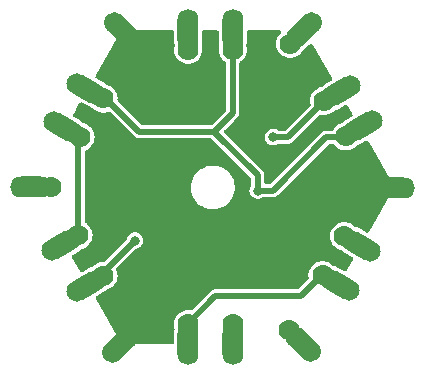
<source format=gbl>
G04 #@! TF.GenerationSoftware,KiCad,Pcbnew,7.0.8*
G04 #@! TF.CreationDate,2024-03-08T23:23:19+05:00*
G04 #@! TF.ProjectId,Ws2812 PCB,57733238-3132-4205-9043-422e6b696361,1*
G04 #@! TF.SameCoordinates,Original*
G04 #@! TF.FileFunction,Copper,L2,Bot*
G04 #@! TF.FilePolarity,Positive*
%FSLAX46Y46*%
G04 Gerber Fmt 4.6, Leading zero omitted, Abs format (unit mm)*
G04 Created by KiCad (PCBNEW 7.0.8) date 2024-03-08 23:23:19*
%MOMM*%
%LPD*%
G01*
G04 APERTURE LIST*
G04 Aperture macros list*
%AMHorizOval*
0 Thick line with rounded ends*
0 $1 width*
0 $2 $3 position (X,Y) of the first rounded end (center of the circle)*
0 $4 $5 position (X,Y) of the second rounded end (center of the circle)*
0 Add line between two ends*
20,1,$1,$2,$3,$4,$5,0*
0 Add two circle primitives to create the rounded ends*
1,1,$1,$2,$3*
1,1,$1,$4,$5*%
G04 Aperture macros list end*
G04 #@! TA.AperFunction,ComponentPad*
%ADD10C,1.778000*%
G04 #@! TD*
G04 #@! TA.AperFunction,ComponentPad*
%ADD11HorizOval,1.778000X-0.769897X-0.444500X0.769897X0.444500X0*%
G04 #@! TD*
G04 #@! TA.AperFunction,ComponentPad*
%ADD12O,1.778000X3.556000*%
G04 #@! TD*
G04 #@! TA.AperFunction,ComponentPad*
%ADD13HorizOval,1.778000X-0.769897X0.444500X0.769897X-0.444500X0*%
G04 #@! TD*
G04 #@! TA.AperFunction,ComponentPad*
%ADD14O,3.556000X1.778000*%
G04 #@! TD*
G04 #@! TA.AperFunction,ComponentPad*
%ADD15HorizOval,1.778000X0.628618X0.628618X-0.628618X-0.628618X0*%
G04 #@! TD*
G04 #@! TA.AperFunction,ComponentPad*
%ADD16HorizOval,1.778000X0.769897X-0.444500X-0.769897X0.444500X0*%
G04 #@! TD*
G04 #@! TA.AperFunction,ComponentPad*
%ADD17HorizOval,1.778000X-0.628618X-0.628618X0.628618X0.628618X0*%
G04 #@! TD*
G04 #@! TA.AperFunction,ComponentPad*
%ADD18HorizOval,1.778000X0.769897X0.444500X-0.769897X-0.444500X0*%
G04 #@! TD*
G04 #@! TA.AperFunction,ComponentPad*
%ADD19HorizOval,1.778000X0.628618X-0.628618X-0.628618X0.628618X0*%
G04 #@! TD*
G04 #@! TA.AperFunction,ComponentPad*
%ADD20HorizOval,1.778000X-0.628618X0.628618X0.628618X-0.628618X0*%
G04 #@! TD*
G04 #@! TA.AperFunction,ViaPad*
%ADD21C,0.800000*%
G04 #@! TD*
G04 #@! TA.AperFunction,Conductor*
%ADD22C,0.508000*%
G04 #@! TD*
G04 APERTURE END LIST*
D10*
G04 #@! TO.P,J11,1,Pin_1*
G04 #@! TO.N,DIN*
X130495000Y-72450000D03*
D11*
X131945593Y-71612500D03*
G04 #@! TD*
D10*
G04 #@! TO.P,J13,1,Pin_1*
G04 #@! TO.N,DIN*
X118945000Y-91368000D03*
D12*
X118945000Y-93043000D03*
G04 #@! TD*
D10*
G04 #@! TO.P,J12,1,Pin_1*
G04 #@! TO.N,DIN*
X130345000Y-87200000D03*
D13*
X131795593Y-88037500D03*
G04 #@! TD*
D10*
G04 #@! TO.P,J4,1,Pin_1*
G04 #@! TO.N,VCC*
X107345000Y-79750000D03*
D14*
X105670000Y-79750000D03*
G04 #@! TD*
D10*
G04 #@! TO.P,J2,1,Pin_1*
G04 #@! TO.N,GND*
X114370000Y-91925000D03*
D15*
X113185596Y-93109404D03*
G04 #@! TD*
D10*
G04 #@! TO.P,J16,1,Pin_1*
G04 #@! TO.N,DOUT*
X122770000Y-91368000D03*
D12*
X122770000Y-93043000D03*
G04 #@! TD*
D10*
G04 #@! TO.P,J9,1,Pin_1*
G04 #@! TO.N,DOUT*
X122745000Y-68107000D03*
D12*
X122745000Y-66432000D03*
G04 #@! TD*
D10*
G04 #@! TO.P,J18,1,Pin_1*
G04 #@! TO.N,DOUT*
X111795000Y-72250000D03*
D16*
X110344407Y-71412500D03*
G04 #@! TD*
D10*
G04 #@! TO.P,J10,1,Pin_1*
G04 #@! TO.N,DIN*
X118970000Y-68107000D03*
D12*
X118970000Y-66432000D03*
G04 #@! TD*
D10*
G04 #@! TO.P,J6,1,Pin_1*
G04 #@! TO.N,VCC*
X127613489Y-67606511D03*
D17*
X128797893Y-66422107D03*
G04 #@! TD*
D10*
G04 #@! TO.P,J8,1,Pin_1*
G04 #@! TO.N,DOUT*
X111795593Y-87262500D03*
D18*
X110345000Y-88100000D03*
G04 #@! TD*
D10*
G04 #@! TO.P,J3,1,Pin_1*
G04 #@! TO.N,GND*
X114526511Y-67631511D03*
D19*
X113342107Y-66447107D03*
G04 #@! TD*
D10*
G04 #@! TO.P,J1,1,Pin_1*
G04 #@! TO.N,GND*
X134720000Y-79800000D03*
D14*
X136395000Y-79800000D03*
G04 #@! TD*
D10*
G04 #@! TO.P,J7,1,Pin_1*
G04 #@! TO.N,DOUT*
X132295000Y-75450000D03*
D11*
X133745593Y-74612500D03*
G04 #@! TD*
D10*
G04 #@! TO.P,J14,1,Pin_1*
G04 #@! TO.N,DIN*
X109845000Y-75500000D03*
D16*
X108394407Y-74662500D03*
G04 #@! TD*
D10*
G04 #@! TO.P,J5,1,Pin_1*
G04 #@! TO.N,VCC*
X127538489Y-91868489D03*
D20*
X128722893Y-93052893D03*
G04 #@! TD*
D10*
G04 #@! TO.P,J15,1,Pin_1*
G04 #@! TO.N,DIN*
X109680245Y-83809000D03*
D18*
X108229652Y-84646500D03*
G04 #@! TD*
D10*
G04 #@! TO.P,J17,1,Pin_1*
G04 #@! TO.N,DOUT*
X132170000Y-83900000D03*
D13*
X133620593Y-84737500D03*
G04 #@! TD*
D21*
G04 #@! TO.N,GND*
X116695000Y-84400000D03*
X122270000Y-84500000D03*
X120645000Y-76450000D03*
X113220000Y-70375000D03*
X118245000Y-70600000D03*
X120795000Y-72450000D03*
X115570000Y-76375000D03*
X126270000Y-83800000D03*
X124745000Y-76350000D03*
X125295000Y-69300000D03*
X120920000Y-87125000D03*
X124420000Y-83825000D03*
X123445000Y-85750000D03*
X120770000Y-69700000D03*
X117145000Y-79550000D03*
X126095000Y-77875000D03*
X111720000Y-80350000D03*
X128320000Y-70950000D03*
G04 #@! TO.N,DOUT*
X124845000Y-80050000D03*
X114445000Y-84275000D03*
G04 #@! TO.N,DIN*
X126170000Y-75525000D03*
G04 #@! TD*
D22*
G04 #@! TO.N,DOUT*
X124845000Y-78750000D02*
X121170000Y-75075000D01*
X124845000Y-80050000D02*
X124845000Y-78750000D01*
X126120000Y-80050000D02*
X130620000Y-75550000D01*
X124845000Y-80050000D02*
X126120000Y-80050000D01*
X121170000Y-75075000D02*
X121120000Y-75075000D01*
X130620000Y-75550000D02*
X132138000Y-75550000D01*
G04 #@! TO.N,GND*
X126095000Y-77875000D02*
X126095000Y-77700000D01*
X126095000Y-77700000D02*
X124745000Y-76350000D01*
X122070000Y-87125000D02*
X123445000Y-85750000D01*
X120920000Y-87125000D02*
X122070000Y-87125000D01*
X116695000Y-84400000D02*
X116695000Y-80000000D01*
X116695000Y-80000000D02*
X117145000Y-79550000D01*
X118270000Y-85975000D02*
X116695000Y-84400000D01*
X118270000Y-87125000D02*
X118270000Y-85975000D01*
X117370000Y-88925000D02*
X114370000Y-91925000D01*
X117370000Y-88025000D02*
X117370000Y-88925000D01*
X118270000Y-87125000D02*
X117370000Y-88025000D01*
X120920000Y-87125000D02*
X118270000Y-87125000D01*
X126945000Y-70950000D02*
X128320000Y-70950000D01*
X125295000Y-69300000D02*
X126945000Y-70950000D01*
G04 #@! TO.N,DOUT*
X122745000Y-73450000D02*
X121120000Y-75075000D01*
X122745000Y-68275000D02*
X122745000Y-73450000D01*
G04 #@! TO.N,GND*
X120795000Y-69725000D02*
X120795000Y-72450000D01*
X120770000Y-69700000D02*
X120795000Y-69725000D01*
G04 #@! TO.N,DIN*
X127420000Y-75525000D02*
X130238000Y-72707000D01*
X126170000Y-75525000D02*
X127420000Y-75525000D01*
G04 #@! TO.N,GND*
X113326511Y-70481511D02*
X113220000Y-70375000D01*
X114526511Y-70481511D02*
X113326511Y-70481511D01*
X118245000Y-72450000D02*
X118245000Y-70600000D01*
X120795000Y-72450000D02*
X118245000Y-72450000D01*
X118245000Y-72450000D02*
X116495000Y-72450000D01*
X114526511Y-70481511D02*
X114526511Y-67631511D01*
X116495000Y-72450000D02*
X114526511Y-70481511D01*
X114526511Y-68231511D02*
X114570000Y-68275000D01*
X114526511Y-67631511D02*
X114526511Y-68231511D01*
X125745000Y-83275000D02*
X126270000Y-83800000D01*
X117145000Y-79550000D02*
X115520000Y-79550000D01*
X112520000Y-79550000D02*
X111720000Y-80350000D01*
X130270000Y-79800000D02*
X134720000Y-79800000D01*
X115570000Y-76375000D02*
X115570000Y-79500000D01*
X126270000Y-83800000D02*
X130270000Y-79800000D01*
X124420000Y-83825000D02*
X124970000Y-83275000D01*
X115570000Y-79500000D02*
X115520000Y-79550000D01*
X115520000Y-79550000D02*
X112520000Y-79550000D01*
X124970000Y-83275000D02*
X125745000Y-83275000D01*
G04 #@! TO.N,DOUT*
X111645000Y-87125000D02*
X111645000Y-87075000D01*
X111645000Y-87075000D02*
X114445000Y-84275000D01*
X114845000Y-75075000D02*
X111870000Y-72100000D01*
X121120000Y-75075000D02*
X114845000Y-75075000D01*
G04 #@! TO.N,DIN*
X118995000Y-91225000D02*
X121245000Y-88975000D01*
X109680245Y-75539755D02*
X109680245Y-83610245D01*
X121245000Y-88975000D02*
X128495000Y-88975000D01*
X128495000Y-88975000D02*
X130345000Y-87125000D01*
X109680245Y-83610245D02*
X109845000Y-83775000D01*
X109770000Y-75450000D02*
X109680245Y-75539755D01*
G04 #@! TD*
G04 #@! TA.AperFunction,Conductor*
G04 #@! TO.N,GND*
G36*
X109982266Y-72582420D02*
G01*
X110021157Y-72599387D01*
X110567182Y-72914635D01*
X110717274Y-72983689D01*
X110832504Y-73012670D01*
X110907665Y-73050924D01*
X110913949Y-73056405D01*
X111075088Y-73203303D01*
X111075099Y-73203311D01*
X111105579Y-73222183D01*
X111262523Y-73319358D01*
X111468083Y-73398993D01*
X111684777Y-73439500D01*
X111684780Y-73439500D01*
X111905220Y-73439500D01*
X111905223Y-73439500D01*
X112121917Y-73398993D01*
X112196263Y-73370190D01*
X112279707Y-73357987D01*
X112360186Y-73383198D01*
X112398715Y-73412896D01*
X114446224Y-75460407D01*
X114483202Y-75500000D01*
X114491772Y-75509176D01*
X114528453Y-75531482D01*
X114536464Y-75536933D01*
X114570679Y-75562879D01*
X114582347Y-75567480D01*
X114611287Y-75581854D01*
X114622010Y-75588375D01*
X114663354Y-75599959D01*
X114672544Y-75603050D01*
X114712479Y-75618799D01*
X114724961Y-75620082D01*
X114756708Y-75626115D01*
X114768786Y-75629500D01*
X114811715Y-75629500D01*
X114821409Y-75629997D01*
X114836859Y-75631584D01*
X114864109Y-75634386D01*
X114874443Y-75632604D01*
X114876469Y-75632255D01*
X114908666Y-75629500D01*
X120861825Y-75629500D01*
X120944046Y-75648266D01*
X120995822Y-75685003D01*
X124234997Y-78924178D01*
X124279866Y-78995587D01*
X124290500Y-79058175D01*
X124290500Y-79561146D01*
X124271734Y-79643367D01*
X124256955Y-79668794D01*
X124220184Y-79722065D01*
X124220181Y-79722070D01*
X124159860Y-79881128D01*
X124159858Y-79881135D01*
X124139355Y-80049997D01*
X124139355Y-80050002D01*
X124159858Y-80218864D01*
X124159859Y-80218870D01*
X124159860Y-80218872D01*
X124182736Y-80279193D01*
X124220181Y-80377929D01*
X124220182Y-80377930D01*
X124316817Y-80517929D01*
X124417107Y-80606778D01*
X124444149Y-80630735D01*
X124444151Y-80630736D01*
X124594772Y-80709789D01*
X124594774Y-80709790D01*
X124759935Y-80750498D01*
X124759937Y-80750498D01*
X124759944Y-80750500D01*
X124759947Y-80750500D01*
X124930053Y-80750500D01*
X124930056Y-80750500D01*
X125095225Y-80709790D01*
X125245852Y-80630734D01*
X125245852Y-80630733D01*
X125254479Y-80626206D01*
X125336003Y-80604613D01*
X125342545Y-80604500D01*
X126110537Y-80604500D01*
X126177235Y-80606779D01*
X126177235Y-80606778D01*
X126177239Y-80606779D01*
X126218963Y-80596610D01*
X126228482Y-80594801D01*
X126271009Y-80588957D01*
X126282515Y-80583958D01*
X126313137Y-80573660D01*
X126325333Y-80570689D01*
X126362753Y-80549648D01*
X126371432Y-80545337D01*
X126410818Y-80528230D01*
X126420553Y-80520309D01*
X126447266Y-80502128D01*
X126458199Y-80495982D01*
X126474187Y-80479992D01*
X126488549Y-80465632D01*
X126495758Y-80459125D01*
X126529054Y-80432037D01*
X126529053Y-80432037D01*
X126529058Y-80432034D01*
X126536293Y-80421782D01*
X126557104Y-80397075D01*
X130794178Y-76160003D01*
X130865587Y-76115134D01*
X130928175Y-76104500D01*
X131204327Y-76104500D01*
X131286548Y-76123266D01*
X131352484Y-76175849D01*
X131355543Y-76179791D01*
X131412183Y-76254794D01*
X131468797Y-76306404D01*
X131575094Y-76403307D01*
X131575099Y-76403311D01*
X131655848Y-76453308D01*
X131762523Y-76519358D01*
X131968083Y-76598993D01*
X132184777Y-76639500D01*
X132184780Y-76639500D01*
X132405220Y-76639500D01*
X132405223Y-76639500D01*
X132621917Y-76598993D01*
X132827477Y-76519358D01*
X133014905Y-76403308D01*
X133176051Y-76256403D01*
X133249454Y-76214882D01*
X133257495Y-76212670D01*
X133372726Y-76183689D01*
X133522819Y-76114635D01*
X133975952Y-75853017D01*
X134056539Y-75828160D01*
X134139933Y-75840729D01*
X134209614Y-75888237D01*
X134234813Y-75922380D01*
X136381051Y-79639777D01*
X136388563Y-79652787D01*
X136413421Y-79733376D01*
X136400852Y-79816769D01*
X136388563Y-79842287D01*
X134266382Y-83518014D01*
X134209019Y-83579836D01*
X134130514Y-83610647D01*
X134046414Y-83604345D01*
X134007523Y-83587377D01*
X133397819Y-83235365D01*
X133397813Y-83235362D01*
X133397811Y-83235361D01*
X133247723Y-83166309D01*
X133132490Y-83137327D01*
X133057330Y-83099073D01*
X133051058Y-83093602D01*
X133011327Y-83057383D01*
X132889911Y-82946696D01*
X132889900Y-82946688D01*
X132702482Y-82830645D01*
X132702477Y-82830642D01*
X132496916Y-82751006D01*
X132368672Y-82727034D01*
X132280223Y-82710500D01*
X132059777Y-82710500D01*
X131981920Y-82725053D01*
X131843083Y-82751006D01*
X131637522Y-82830642D01*
X131637517Y-82830645D01*
X131450099Y-82946688D01*
X131450094Y-82946692D01*
X131287184Y-83095204D01*
X131154334Y-83271126D01*
X131056073Y-83468457D01*
X130995745Y-83680488D01*
X130995744Y-83680491D01*
X130995744Y-83680494D01*
X130975404Y-83900000D01*
X130995744Y-84119506D01*
X130995744Y-84119508D01*
X130995745Y-84119511D01*
X131056073Y-84331542D01*
X131109021Y-84437873D01*
X131154334Y-84528874D01*
X131287183Y-84704794D01*
X131287184Y-84704795D01*
X131450094Y-84853307D01*
X131450099Y-84853311D01*
X131490552Y-84878358D01*
X131637523Y-84969358D01*
X131843083Y-85048993D01*
X131886156Y-85057044D01*
X131963528Y-85090598D01*
X131987382Y-85111401D01*
X132073470Y-85200183D01*
X132208319Y-85295640D01*
X132818021Y-85647651D01*
X132879842Y-85705013D01*
X132910653Y-85783518D01*
X132904351Y-85867618D01*
X132887382Y-85906512D01*
X132381191Y-86783262D01*
X132323828Y-86845084D01*
X132245323Y-86875895D01*
X132161223Y-86869593D01*
X132122329Y-86852624D01*
X131681072Y-86597865D01*
X131572819Y-86535365D01*
X131572813Y-86535362D01*
X131572811Y-86535361D01*
X131422723Y-86466309D01*
X131307490Y-86437327D01*
X131232330Y-86399073D01*
X131226058Y-86393602D01*
X131177065Y-86348939D01*
X131064911Y-86246696D01*
X131064900Y-86246688D01*
X130877482Y-86130645D01*
X130877477Y-86130642D01*
X130671916Y-86051006D01*
X130543672Y-86027034D01*
X130455223Y-86010500D01*
X130234777Y-86010500D01*
X130156920Y-86025053D01*
X130018083Y-86051006D01*
X129812522Y-86130642D01*
X129812517Y-86130645D01*
X129625099Y-86246688D01*
X129625094Y-86246692D01*
X129462184Y-86395204D01*
X129329334Y-86571126D01*
X129231073Y-86768457D01*
X129170745Y-86980488D01*
X129170744Y-86980491D01*
X129170744Y-86980494D01*
X129150404Y-87200000D01*
X129170640Y-87418391D01*
X129159541Y-87501991D01*
X129115946Y-87569871D01*
X128320822Y-88364997D01*
X128249413Y-88409866D01*
X128186825Y-88420500D01*
X121254476Y-88420500D01*
X121187761Y-88418221D01*
X121187760Y-88418221D01*
X121187758Y-88418221D01*
X121146047Y-88428385D01*
X121136515Y-88430197D01*
X121093995Y-88436041D01*
X121093988Y-88436043D01*
X121082475Y-88441044D01*
X121051862Y-88451338D01*
X121039673Y-88454308D01*
X121039663Y-88454312D01*
X121002247Y-88475349D01*
X120993559Y-88479665D01*
X120954179Y-88496771D01*
X120944443Y-88504692D01*
X120917746Y-88522863D01*
X120906799Y-88529018D01*
X120876442Y-88559374D01*
X120869240Y-88565874D01*
X120835943Y-88592964D01*
X120835937Y-88592971D01*
X120828703Y-88603219D01*
X120807890Y-88627927D01*
X119296120Y-90139697D01*
X119224711Y-90184566D01*
X119140906Y-90194008D01*
X119127305Y-90191974D01*
X119096192Y-90186158D01*
X119055223Y-90178500D01*
X118834777Y-90178500D01*
X118762697Y-90191974D01*
X118618083Y-90219006D01*
X118412522Y-90298642D01*
X118412517Y-90298645D01*
X118225099Y-90414688D01*
X118225094Y-90414692D01*
X118062184Y-90563204D01*
X117929334Y-90739126D01*
X117831073Y-90936457D01*
X117770745Y-91148488D01*
X117770745Y-91148490D01*
X117770744Y-91148494D01*
X117750404Y-91368000D01*
X117770744Y-91587506D01*
X117770744Y-91587508D01*
X117770745Y-91587511D01*
X117770745Y-91587514D01*
X117805351Y-91709142D01*
X117809802Y-91793360D01*
X117805351Y-91812858D01*
X117770745Y-91934485D01*
X117770745Y-91934488D01*
X117770744Y-91934491D01*
X117770744Y-91934494D01*
X117756520Y-92087995D01*
X117755500Y-92099005D01*
X117755500Y-92880938D01*
X117736734Y-92963159D01*
X117684151Y-93029095D01*
X117608168Y-93065687D01*
X117566000Y-93070438D01*
X113476747Y-93070438D01*
X113394526Y-93051672D01*
X113328590Y-92999089D01*
X113312635Y-92975688D01*
X111148992Y-89228146D01*
X111124134Y-89147557D01*
X111136703Y-89064164D01*
X111184211Y-88994483D01*
X111218347Y-88969288D01*
X111757274Y-88658140D01*
X111892123Y-88562683D01*
X111978212Y-88473899D01*
X112048918Y-88427938D01*
X112079433Y-88419545D01*
X112122510Y-88411493D01*
X112328070Y-88331858D01*
X112515498Y-88215808D01*
X112678410Y-88067294D01*
X112811259Y-87891374D01*
X112909521Y-87694038D01*
X112969849Y-87482006D01*
X112990189Y-87262500D01*
X112969849Y-87042994D01*
X112909521Y-86830962D01*
X112891746Y-86795264D01*
X112871895Y-86713299D01*
X112889573Y-86630837D01*
X112927378Y-86576801D01*
X114490879Y-85013301D01*
X114562286Y-84968434D01*
X114579502Y-84963312D01*
X114695225Y-84934790D01*
X114845852Y-84855734D01*
X114973183Y-84742929D01*
X115069818Y-84602930D01*
X115130140Y-84443872D01*
X115142500Y-84342079D01*
X115150645Y-84275002D01*
X115150645Y-84274997D01*
X115130141Y-84106135D01*
X115130140Y-84106132D01*
X115130140Y-84106128D01*
X115069818Y-83947070D01*
X114973183Y-83807071D01*
X114845852Y-83694266D01*
X114845850Y-83694264D01*
X114845848Y-83694263D01*
X114695227Y-83615210D01*
X114695225Y-83615209D01*
X114530064Y-83574501D01*
X114530057Y-83574500D01*
X114530056Y-83574500D01*
X114359944Y-83574500D01*
X114359942Y-83574500D01*
X114359935Y-83574501D01*
X114194774Y-83615209D01*
X114194772Y-83615210D01*
X114044151Y-83694263D01*
X114044149Y-83694264D01*
X113916815Y-83807073D01*
X113820182Y-83947069D01*
X113820181Y-83947070D01*
X113759860Y-84106128D01*
X113759859Y-84106132D01*
X113758090Y-84120699D01*
X113729547Y-84200057D01*
X113703969Y-84231848D01*
X111918322Y-86017497D01*
X111846913Y-86062366D01*
X111784325Y-86073000D01*
X111685370Y-86073000D01*
X111611455Y-86086817D01*
X111468676Y-86113506D01*
X111263115Y-86193142D01*
X111263110Y-86193145D01*
X111075692Y-86309188D01*
X111075687Y-86309192D01*
X110914542Y-86456095D01*
X110841137Y-86497618D01*
X110833100Y-86499828D01*
X110717869Y-86528810D01*
X110717865Y-86528811D01*
X110567775Y-86597865D01*
X110567767Y-86597869D01*
X110028854Y-86909010D01*
X109948265Y-86933868D01*
X109864872Y-86921298D01*
X109795190Y-86873790D01*
X109769992Y-86839648D01*
X109124746Y-85722049D01*
X109099888Y-85641460D01*
X109112457Y-85558067D01*
X109159965Y-85488386D01*
X109194108Y-85463187D01*
X109641926Y-85204640D01*
X109776775Y-85109183D01*
X109862864Y-85020399D01*
X109933570Y-84974438D01*
X109964085Y-84966045D01*
X110007162Y-84957993D01*
X110212722Y-84878358D01*
X110400150Y-84762308D01*
X110563062Y-84613794D01*
X110695911Y-84437874D01*
X110794173Y-84240538D01*
X110854501Y-84028506D01*
X110874841Y-83809000D01*
X110854501Y-83589494D01*
X110794173Y-83377462D01*
X110789308Y-83367692D01*
X110761869Y-83312588D01*
X110695911Y-83180126D01*
X110563062Y-83004206D01*
X110400150Y-82855692D01*
X110359693Y-82830642D01*
X110324485Y-82808842D01*
X110264459Y-82749602D01*
X110236081Y-82670185D01*
X110234745Y-82647726D01*
X110234745Y-79842773D01*
X119205103Y-79842773D01*
X119234728Y-80112015D01*
X119234728Y-80112016D01*
X119234729Y-80112018D01*
X119303242Y-80374086D01*
X119409185Y-80623391D01*
X119550299Y-80854613D01*
X119608255Y-80924254D01*
X119723570Y-81062820D01*
X119925313Y-81243582D01*
X119925315Y-81243583D01*
X119925317Y-81243585D01*
X120151216Y-81393039D01*
X120151221Y-81393041D01*
X120151225Y-81393044D01*
X120396491Y-81508020D01*
X120473866Y-81531298D01*
X120655875Y-81586058D01*
X120655879Y-81586058D01*
X120655884Y-81586060D01*
X120923876Y-81625500D01*
X120923882Y-81625500D01*
X121126943Y-81625500D01*
X121126946Y-81625500D01*
X121218127Y-81618826D01*
X121329461Y-81610678D01*
X121329464Y-81610677D01*
X121329471Y-81610677D01*
X121367005Y-81602315D01*
X121593853Y-81551784D01*
X121593858Y-81551782D01*
X121593868Y-81551780D01*
X121846873Y-81455014D01*
X122083092Y-81322441D01*
X122297492Y-81156888D01*
X122485501Y-80961881D01*
X122501514Y-80939500D01*
X122548191Y-80874257D01*
X122643114Y-80741579D01*
X122766971Y-80500675D01*
X122854433Y-80244305D01*
X122903634Y-79977933D01*
X122913527Y-79707235D01*
X122883901Y-79437982D01*
X122815387Y-79175912D01*
X122709445Y-78926610D01*
X122568333Y-78695390D01*
X122566144Y-78692760D01*
X122489786Y-78601006D01*
X122395060Y-78487180D01*
X122193317Y-78306418D01*
X122193314Y-78306416D01*
X122193312Y-78306414D01*
X121967413Y-78156960D01*
X121967399Y-78156953D01*
X121722139Y-78041980D01*
X121722137Y-78041979D01*
X121462754Y-77963941D01*
X121194756Y-77924500D01*
X121194754Y-77924500D01*
X120991684Y-77924500D01*
X120963197Y-77926584D01*
X120789168Y-77939321D01*
X120789154Y-77939323D01*
X120524776Y-77998215D01*
X120524755Y-77998222D01*
X120271757Y-78094985D01*
X120035539Y-78227557D01*
X119821143Y-78393108D01*
X119821133Y-78393116D01*
X119633124Y-78588123D01*
X119475518Y-78808417D01*
X119475517Y-78808418D01*
X119351657Y-79049329D01*
X119264196Y-79305695D01*
X119214996Y-79572065D01*
X119205103Y-79842763D01*
X119205103Y-79842773D01*
X110234745Y-79842773D01*
X110234745Y-76754463D01*
X110253511Y-76672242D01*
X110306094Y-76606306D01*
X110355790Y-76577759D01*
X110377477Y-76569358D01*
X110564905Y-76453308D01*
X110727817Y-76304794D01*
X110860666Y-76128874D01*
X110958928Y-75931538D01*
X111019256Y-75719506D01*
X111039596Y-75500000D01*
X111019256Y-75280494D01*
X110958928Y-75068462D01*
X110951094Y-75052730D01*
X110920500Y-74991289D01*
X110860666Y-74871126D01*
X110727817Y-74695206D01*
X110672967Y-74645204D01*
X110564905Y-74546692D01*
X110564900Y-74546688D01*
X110377482Y-74430645D01*
X110377477Y-74430642D01*
X110171918Y-74351007D01*
X110128839Y-74342954D01*
X110051466Y-74309398D01*
X110027618Y-74288598D01*
X109941528Y-74199815D01*
X109863329Y-74144460D01*
X109806681Y-74104360D01*
X109789534Y-74094460D01*
X109315870Y-73820990D01*
X109254048Y-73763627D01*
X109223237Y-73685122D01*
X109229539Y-73601022D01*
X109246508Y-73562128D01*
X109260275Y-73538283D01*
X109762301Y-72668746D01*
X109819661Y-72606929D01*
X109898166Y-72576118D01*
X109982266Y-72582420D01*
G37*
G04 #@! TD.AperFunction*
G04 #@! TA.AperFunction,Conductor*
G36*
X126737373Y-66443404D02*
G01*
X126803309Y-66495987D01*
X126839901Y-66571970D01*
X126839901Y-66656306D01*
X126803309Y-66732289D01*
X126782817Y-66754180D01*
X126730675Y-66801712D01*
X126597823Y-66977637D01*
X126499562Y-67174968D01*
X126439234Y-67386999D01*
X126439233Y-67387002D01*
X126439233Y-67387005D01*
X126418893Y-67606511D01*
X126439233Y-67826017D01*
X126439233Y-67826019D01*
X126439234Y-67826022D01*
X126499562Y-68038053D01*
X126536896Y-68113028D01*
X126597823Y-68235385D01*
X126730672Y-68411305D01*
X126730673Y-68411306D01*
X126893583Y-68559818D01*
X126893588Y-68559822D01*
X127014929Y-68634952D01*
X127081012Y-68675869D01*
X127286572Y-68755504D01*
X127503266Y-68796011D01*
X127503269Y-68796011D01*
X127723709Y-68796011D01*
X127723712Y-68796011D01*
X127940406Y-68755504D01*
X128145966Y-68675869D01*
X128333394Y-68559819D01*
X128496306Y-68411305D01*
X128629155Y-68235385D01*
X128657597Y-68178264D01*
X128711044Y-68113028D01*
X128735021Y-68097179D01*
X128841180Y-68038049D01*
X128844385Y-68036264D01*
X128971491Y-67930716D01*
X129208524Y-67693682D01*
X129279932Y-67648813D01*
X129363737Y-67639370D01*
X129443340Y-67667225D01*
X129502974Y-67726859D01*
X129506632Y-67732929D01*
X131106775Y-70504458D01*
X131131633Y-70585047D01*
X131119064Y-70668440D01*
X131071556Y-70738121D01*
X131037413Y-70763320D01*
X130533323Y-71054357D01*
X130398470Y-71149816D01*
X130398467Y-71149818D01*
X130312378Y-71238600D01*
X130241668Y-71284563D01*
X130211160Y-71292954D01*
X130194306Y-71296104D01*
X130168083Y-71301007D01*
X130168081Y-71301007D01*
X130168079Y-71301008D01*
X129962522Y-71380642D01*
X129962517Y-71380645D01*
X129775099Y-71496688D01*
X129775094Y-71496692D01*
X129612184Y-71645204D01*
X129479334Y-71821126D01*
X129381073Y-72018457D01*
X129320745Y-72230488D01*
X129320744Y-72230491D01*
X129320744Y-72230494D01*
X129300404Y-72450000D01*
X129320744Y-72669506D01*
X129320745Y-72669509D01*
X129328049Y-72695180D01*
X129332500Y-72779398D01*
X129299970Y-72857207D01*
X129279780Y-72881037D01*
X127245822Y-74914997D01*
X127174413Y-74959866D01*
X127111825Y-74970500D01*
X126667545Y-74970500D01*
X126585324Y-74951734D01*
X126579479Y-74948794D01*
X126420223Y-74865209D01*
X126255064Y-74824501D01*
X126255057Y-74824500D01*
X126255056Y-74824500D01*
X126084944Y-74824500D01*
X126084942Y-74824500D01*
X126084935Y-74824501D01*
X125919774Y-74865209D01*
X125919772Y-74865210D01*
X125769151Y-74944263D01*
X125769149Y-74944264D01*
X125641815Y-75057073D01*
X125545182Y-75197069D01*
X125545181Y-75197070D01*
X125484860Y-75356128D01*
X125484858Y-75356135D01*
X125464355Y-75524997D01*
X125464355Y-75525002D01*
X125484858Y-75693864D01*
X125484859Y-75693870D01*
X125484860Y-75693872D01*
X125507736Y-75754193D01*
X125545181Y-75852929D01*
X125545182Y-75852930D01*
X125641817Y-75992929D01*
X125742107Y-76081778D01*
X125769149Y-76105735D01*
X125769151Y-76105736D01*
X125919772Y-76184789D01*
X125919774Y-76184790D01*
X126084935Y-76225498D01*
X126084937Y-76225498D01*
X126084944Y-76225500D01*
X126084947Y-76225500D01*
X126255053Y-76225500D01*
X126255056Y-76225500D01*
X126420225Y-76184790D01*
X126570852Y-76105734D01*
X126570852Y-76105733D01*
X126579479Y-76101206D01*
X126661003Y-76079613D01*
X126667545Y-76079500D01*
X127410537Y-76079500D01*
X127477235Y-76081779D01*
X127477235Y-76081778D01*
X127477239Y-76081779D01*
X127518963Y-76071610D01*
X127528482Y-76069801D01*
X127571009Y-76063957D01*
X127582515Y-76058958D01*
X127613137Y-76048660D01*
X127625333Y-76045689D01*
X127662753Y-76024648D01*
X127671432Y-76020337D01*
X127710818Y-76003230D01*
X127720553Y-75995309D01*
X127747266Y-75977128D01*
X127758199Y-75970982D01*
X127774187Y-75954992D01*
X127788549Y-75940632D01*
X127795758Y-75934125D01*
X127829054Y-75907037D01*
X127829053Y-75907037D01*
X127829058Y-75907034D01*
X127836293Y-75896782D01*
X127857104Y-75872075D01*
X130065526Y-73663653D01*
X130136933Y-73618786D01*
X130220738Y-73609344D01*
X130234341Y-73611379D01*
X130384775Y-73639500D01*
X130384777Y-73639500D01*
X130605220Y-73639500D01*
X130605223Y-73639500D01*
X130821917Y-73598993D01*
X131027477Y-73519358D01*
X131214905Y-73403308D01*
X131376051Y-73256403D01*
X131449454Y-73214882D01*
X131457495Y-73212670D01*
X131494707Y-73203311D01*
X131572726Y-73183689D01*
X131722819Y-73114635D01*
X132226914Y-72823594D01*
X132307501Y-72798737D01*
X132390895Y-72811306D01*
X132460576Y-72858814D01*
X132485775Y-72892957D01*
X132579212Y-73054794D01*
X132847427Y-73519357D01*
X132855813Y-73533881D01*
X132880671Y-73614470D01*
X132868102Y-73697863D01*
X132820594Y-73767544D01*
X132786451Y-73792743D01*
X132333323Y-74054357D01*
X132198470Y-74149816D01*
X132198467Y-74149818D01*
X132112378Y-74238600D01*
X132041668Y-74284563D01*
X132011160Y-74292954D01*
X131994306Y-74296104D01*
X131968083Y-74301007D01*
X131968081Y-74301007D01*
X131968079Y-74301008D01*
X131762522Y-74380642D01*
X131762517Y-74380645D01*
X131575099Y-74496688D01*
X131575094Y-74496692D01*
X131412184Y-74645204D01*
X131279335Y-74821124D01*
X131279334Y-74821125D01*
X131279334Y-74821126D01*
X131244805Y-74890469D01*
X131191359Y-74955704D01*
X131114899Y-74991289D01*
X131075173Y-74995500D01*
X130629463Y-74995500D01*
X130562767Y-74993220D01*
X130562754Y-74993222D01*
X130521047Y-75003385D01*
X130511515Y-75005197D01*
X130468995Y-75011041D01*
X130468988Y-75011043D01*
X130457475Y-75016044D01*
X130426862Y-75026338D01*
X130414673Y-75029308D01*
X130414663Y-75029312D01*
X130377247Y-75050349D01*
X130368559Y-75054665D01*
X130329179Y-75071771D01*
X130319443Y-75079692D01*
X130292746Y-75097863D01*
X130281799Y-75104018D01*
X130251442Y-75134374D01*
X130244240Y-75140874D01*
X130210943Y-75167964D01*
X130210937Y-75167971D01*
X130203703Y-75178219D01*
X130182890Y-75202927D01*
X125945822Y-79439997D01*
X125874413Y-79484866D01*
X125811825Y-79495500D01*
X125589000Y-79495500D01*
X125506779Y-79476734D01*
X125440843Y-79424151D01*
X125404251Y-79348168D01*
X125399500Y-79306000D01*
X125399500Y-78759476D01*
X125401779Y-78692761D01*
X125391612Y-78651042D01*
X125389801Y-78641516D01*
X125383957Y-78598991D01*
X125378958Y-78587482D01*
X125368659Y-78556856D01*
X125365689Y-78544667D01*
X125365688Y-78544666D01*
X125365688Y-78544664D01*
X125365687Y-78544663D01*
X125359709Y-78534033D01*
X125344644Y-78507238D01*
X125340336Y-78498565D01*
X125323230Y-78459182D01*
X125315305Y-78449441D01*
X125297130Y-78422736D01*
X125290982Y-78411801D01*
X125260623Y-78381442D01*
X125254120Y-78374235D01*
X125253394Y-78373343D01*
X125227034Y-78340942D01*
X125216781Y-78333704D01*
X125192071Y-78312890D01*
X122063177Y-75183996D01*
X122018308Y-75112587D01*
X122008866Y-75028782D01*
X122036720Y-74949179D01*
X122063169Y-74916011D01*
X122834720Y-74144460D01*
X123130392Y-73848789D01*
X123160157Y-73820990D01*
X123179176Y-73803228D01*
X123201481Y-73766546D01*
X123206944Y-73758521D01*
X123232880Y-73724321D01*
X123237485Y-73712642D01*
X123251859Y-73683703D01*
X123258375Y-73672990D01*
X123269957Y-73631651D01*
X123273046Y-73622466D01*
X123288799Y-73582520D01*
X123290082Y-73570036D01*
X123296114Y-73538297D01*
X123299500Y-73526214D01*
X123299500Y-73483284D01*
X123299997Y-73473589D01*
X123301037Y-73463462D01*
X123304386Y-73430891D01*
X123302255Y-73418529D01*
X123299500Y-73386334D01*
X123299500Y-69268272D01*
X123318266Y-69186051D01*
X123370849Y-69120115D01*
X123389236Y-69107159D01*
X123464905Y-69060308D01*
X123627817Y-68911794D01*
X123760666Y-68735874D01*
X123858928Y-68538538D01*
X123919256Y-68326506D01*
X123939596Y-68107000D01*
X123919256Y-67887494D01*
X123884646Y-67765857D01*
X123880196Y-67681642D01*
X123884647Y-67662142D01*
X123919256Y-67540506D01*
X123934500Y-67375995D01*
X123934500Y-66614138D01*
X123953266Y-66531917D01*
X124005849Y-66465981D01*
X124081832Y-66429389D01*
X124124000Y-66424638D01*
X126655152Y-66424638D01*
X126737373Y-66443404D01*
G37*
G04 #@! TD.AperFunction*
G04 #@! TA.AperFunction,Conductor*
G36*
X117673221Y-66443404D02*
G01*
X117739157Y-66495987D01*
X117775749Y-66571970D01*
X117780500Y-66614138D01*
X117780500Y-67375995D01*
X117795744Y-67540506D01*
X117795744Y-67540508D01*
X117795745Y-67540511D01*
X117795745Y-67540514D01*
X117830351Y-67662142D01*
X117834802Y-67746360D01*
X117830351Y-67765858D01*
X117795745Y-67887485D01*
X117795745Y-67887488D01*
X117795744Y-67887491D01*
X117795744Y-67887494D01*
X117775404Y-68107000D01*
X117795744Y-68326506D01*
X117795744Y-68326508D01*
X117795745Y-68326511D01*
X117856073Y-68538542D01*
X117921489Y-68669914D01*
X117954334Y-68735874D01*
X118087183Y-68911794D01*
X118087184Y-68911795D01*
X118250094Y-69060307D01*
X118250099Y-69060311D01*
X118325754Y-69107154D01*
X118437523Y-69176358D01*
X118643083Y-69255993D01*
X118859777Y-69296500D01*
X118859780Y-69296500D01*
X119080220Y-69296500D01*
X119080223Y-69296500D01*
X119296917Y-69255993D01*
X119502477Y-69176358D01*
X119689905Y-69060308D01*
X119852817Y-68911794D01*
X119985666Y-68735874D01*
X120083928Y-68538538D01*
X120144256Y-68326506D01*
X120164596Y-68107000D01*
X120144256Y-67887494D01*
X120109646Y-67765857D01*
X120105196Y-67681642D01*
X120109647Y-67662142D01*
X120144256Y-67540506D01*
X120159500Y-67375995D01*
X120159500Y-66614138D01*
X120178266Y-66531917D01*
X120230849Y-66465981D01*
X120306832Y-66429389D01*
X120349000Y-66424638D01*
X121366000Y-66424638D01*
X121448221Y-66443404D01*
X121514157Y-66495987D01*
X121550749Y-66571970D01*
X121555500Y-66614138D01*
X121555500Y-67375995D01*
X121570744Y-67540506D01*
X121570744Y-67540508D01*
X121570745Y-67540511D01*
X121570745Y-67540514D01*
X121605351Y-67662142D01*
X121609802Y-67746360D01*
X121605351Y-67765858D01*
X121570745Y-67887485D01*
X121570745Y-67887488D01*
X121570744Y-67887491D01*
X121570744Y-67887494D01*
X121550404Y-68107000D01*
X121570744Y-68326506D01*
X121570744Y-68326508D01*
X121570745Y-68326511D01*
X121631073Y-68538542D01*
X121696489Y-68669914D01*
X121729334Y-68735874D01*
X121862183Y-68911794D01*
X122025095Y-69060308D01*
X122100757Y-69107155D01*
X122160784Y-69166393D01*
X122189164Y-69245809D01*
X122190500Y-69268272D01*
X122190500Y-73141825D01*
X122171734Y-73224046D01*
X122134997Y-73275822D01*
X120945822Y-74464997D01*
X120874413Y-74509866D01*
X120811825Y-74520500D01*
X115153176Y-74520500D01*
X115070955Y-74501734D01*
X115019179Y-74464997D01*
X113036774Y-72482592D01*
X112991905Y-72411183D01*
X112982079Y-72331114D01*
X112989596Y-72250000D01*
X112969256Y-72030494D01*
X112908928Y-71818462D01*
X112810666Y-71621126D01*
X112677817Y-71445206D01*
X112514905Y-71296692D01*
X112514900Y-71296688D01*
X112327482Y-71180645D01*
X112327477Y-71180642D01*
X112121918Y-71101007D01*
X112078839Y-71092954D01*
X112001466Y-71059398D01*
X111977618Y-71038598D01*
X111891528Y-70949815D01*
X111813329Y-70894460D01*
X111756681Y-70854360D01*
X111435119Y-70668706D01*
X111210661Y-70539115D01*
X111148839Y-70481752D01*
X111118028Y-70403247D01*
X111124330Y-70319147D01*
X111141299Y-70280253D01*
X111845635Y-69060308D01*
X113312635Y-66519387D01*
X113369998Y-66457566D01*
X113448503Y-66426755D01*
X113476747Y-66424638D01*
X117591000Y-66424638D01*
X117673221Y-66443404D01*
G37*
G04 #@! TD.AperFunction*
G04 #@! TD*
M02*

</source>
